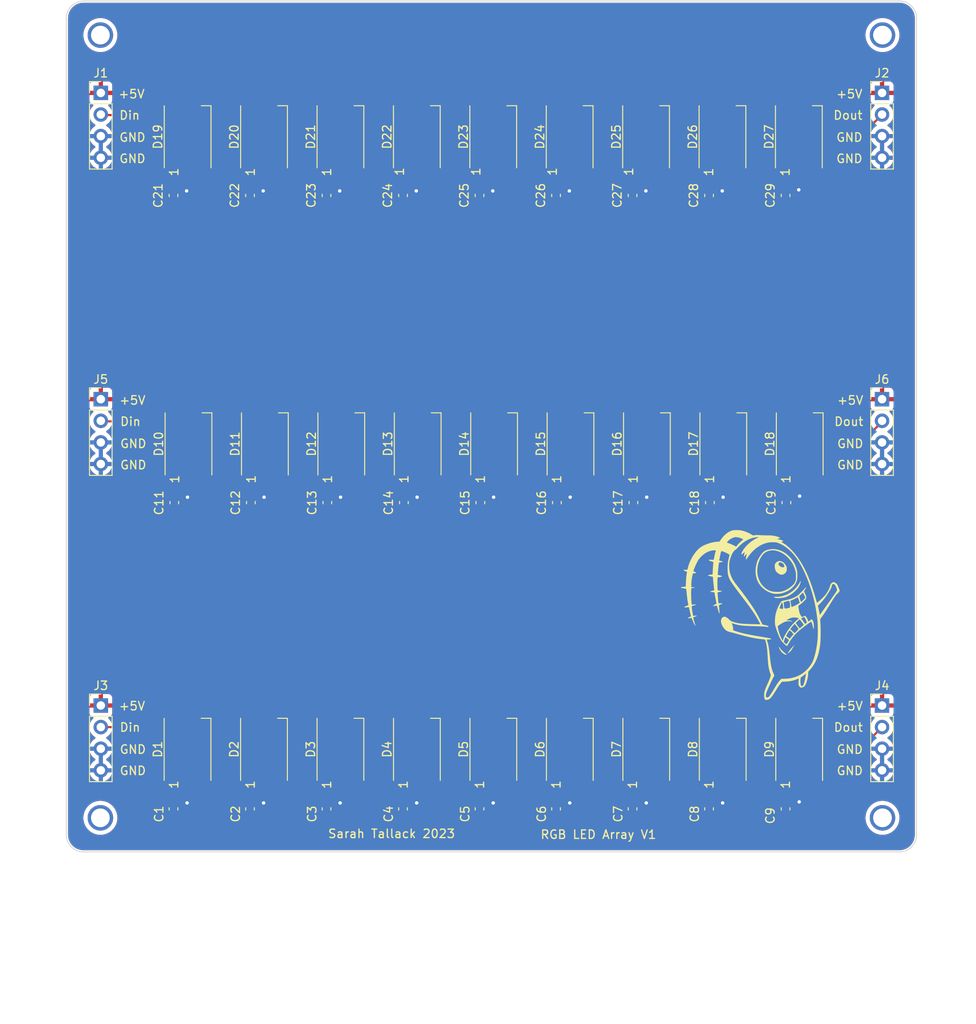
<source format=kicad_pcb>
(kicad_pcb (version 20221018) (generator pcbnew)
  (layers (0 "F.Cu" signal) (31 "B.Cu" signal) (34 "B.Paste" user) (35 "F.Paste" user) (36 "B.SilkS" user "B.Silkscreen") (37 "F.SilkS" user "F.Silkscreen") (38 "B.Mask" user) (39 "F.Mask" user) (44 "Edge.Cuts" user))
  (net 0 "")
  (net 1 "GND")
  (net 2 "/+5V")
  (net 3 "/Dout1")
  (net 4 "/Din1")
  (net 5 "/Dout9")
  (net 6 "/Dout11")
  (net 7 "/Dout18")
  (net 8 "/Dout21")
  (net 9 "/Dout27")
  (net 10 "Net-(D2-DOUT)")
  (net 11 "Net-(D3-DOUT)")
  (net 12 "Net-(D4-DOUT)")
  (net 13 "Net-(D5-DOUT)")
  (net 14 "Net-(D6-DOUT)")
  (net 15 "Net-(D7-DOUT)")
  (net 16 "Net-(D8-DOUT)")
  (net 17 "/Din10")
  (net 18 "Net-(D11-DOUT)")
  (net 19 "Net-(D12-DOUT)")
  (net 20 "Net-(D13-DOUT)")
  (net 21 "Net-(D14-DOUT)")
  (net 22 "Net-(D15-DOUT)")
  (net 23 "Net-(D16-DOUT)")
  (net 24 "Net-(D17-DOUT)")
  (net 25 "/Din19")
  (net 26 "Net-(D20-DOUT)")
  (net 27 "Net-(D21-DOUT)")
  (net 28 "Net-(D22-DOUT)")
  (net 29 "Net-(D23-DOUT)")
  (net 30 "Net-(D24-DOUT)")
  (net 31 "Net-(D25-DOUT)")
  (net 32 "Net-(D26-DOUT)")
  (footprint "LED_SMD:LED_WS2812B_PLCC4_5.0x5.0mm_P3.2mm" (layer "F.Cu") (at 160.1875 66.7 90)
    (fp_text reference "D25")
    (fp_text value "WS2812")
  )
  (footprint "Capacitor_SMD:C_0603_1608Metric" (layer "F.Cu") (at 176.6 145.7 90)
    (fp_text reference "C9")
    (fp_text value "100n")
  )
  (footprint "LED_SMD:LED_WS2812B_PLCC4_5.0x5.0mm_P3.2mm" (layer "F.Cu") (at 151.2 66.7 90)
    (fp_text reference "D24")
    (fp_text value "WS2812")
  )
  (footprint "LED_SMD:LED_WS2812B_PLCC4_5.0x5.0mm_P3.2mm" (layer "F.Cu") (at 133.225 66.7 90)
    (fp_text reference "D22")
    (fp_text value "WS2812")
  )
  (footprint "Connector_PinHeader_2.54mm:PinHeader_1x04_P2.54mm_Vertical" (layer "F.Cu") (at 96.05 97.54625)
    (fp_text reference "J5")
    (fp_text value "Conn_01x04_Pin")
  )
  (footprint "Capacitor_SMD:C_0603_1608Metric" (layer "F.Cu") (at 158.7 109.7 90)
    (fp_text reference "C17")
    (fp_text value "100n")
  )
  (footprint "Connector_PinHeader_2.54mm:PinHeader_1x04_P2.54mm_Vertical" (layer "F.Cu") (at 187.95 133.54625)
    (fp_text reference "J4")
    (fp_text value "Conn_01x04_Pin")
  )
  (footprint "Capacitor_SMD:C_0603_1608Metric" (layer "F.Cu") (at 104.6 145.7 90)
    (fp_text reference "C1")
    (fp_text value "100n")
  )
  (footprint "LED_SMD:LED_WS2812B_PLCC4_5.0x5.0mm_P3.2mm" (layer "F.Cu") (at 106.2625 66.7 90)
    (fp_text reference "D19")
    (fp_text value "WS2812")
  )
  (footprint "Capacitor_SMD:C_0603_1608Metric" (layer "F.Cu") (at 167.6 73.6 90)
    (fp_text reference "C28")
    (fp_text value "100n")
  )
  (footprint "Capacitor_SMD:C_0603_1608Metric" (layer "F.Cu") (at 176.7 109.7 90)
    (fp_text reference "C19")
    (fp_text value "100n")
  )
  (footprint "Connector_PinHeader_2.54mm:PinHeader_1x04_P2.54mm_Vertical" (layer "F.Cu") (at 187.95 61.54625)
    (fp_text reference "J2")
    (fp_text value "Conn_01x04_Pin")
  )
  (footprint "Capacitor_SMD:C_0603_1608Metric" (layer "F.Cu") (at 131.6 145.7 90)
    (fp_text reference "C4")
    (fp_text value "100n")
  )
  (footprint "LED_SMD:LED_WS2812B_PLCC4_5.0x5.0mm_P3.2mm" (layer "F.Cu") (at 169.20625 138.7 90)
    (fp_text reference "D8")
    (fp_text value "WS2812")
  )
  (footprint "LED_SMD:LED_WS2812B_PLCC4_5.0x5.0mm_P3.2mm" (layer "F.Cu") (at 169.175 66.7 90)
    (fp_text reference "D26")
    (fp_text value "WS2812")
  )
  (footprint "LED_SMD:LED_WS2812B_PLCC4_5.0x5.0mm_P3.2mm" (layer "F.Cu") (at 142.3125 102.8 90)
    (fp_text reference "D14")
    (fp_text value "WS2812")
  )
  (footprint "Capacitor_SMD:C_0603_1608Metric" (layer "F.Cu") (at 149.6 145.7 90)
    (fp_text reference "C6")
    (fp_text value "100n")
  )
  (footprint "Capacitor_SMD:C_0603_1608Metric" (layer "F.Cu") (at 131.7 109.7 90)
    (fp_text reference "C14")
    (fp_text value "100n")
  )
  (footprint "LED_SMD:LED_WS2812B_PLCC4_5.0x5.0mm_P3.2mm" (layer "F.Cu") (at 160.2875 102.8 90)
    (fp_text reference "D16")
    (fp_text value "WS2812")
  )
  (footprint "LED_SMD:LED_WS2812B_PLCC4_5.0x5.0mm_P3.2mm" (layer "F.Cu") (at 106.25 138.7 90)
    (fp_text reference "D1")
    (fp_text value "WS2812")
  )
  (footprint "LED_SMD:LED_WS2812B_PLCC4_5.0x5.0mm_P3.2mm" (layer "F.Cu") (at 178.2625 102.8 90)
    (fp_text reference "D18")
    (fp_text value "WS2812")
  )
  (footprint "Capacitor_SMD:C_0603_1608Metric" (layer "F.Cu") (at 167.7 109.7 90)
    (fp_text reference "C18")
    (fp_text value "100n")
  )
  (footprint "LED_SMD:LED_WS2812B_PLCC4_5.0x5.0mm_P3.2mm" (layer "F.Cu") (at 124.2375 138.7 90)
    (fp_text reference "D3")
    (fp_text value "WS2812")
  )
  (footprint "Capacitor_SMD:C_0603_1608Metric" (layer "F.Cu") (at 158.6 145.7 90)
    (fp_text reference "C7")
    (fp_text value "100n")
  )
  (footprint "Capacitor_SMD:C_0603_1608Metric" (layer "F.Cu") (at 149.6 73.6 90)
    (fp_text reference "C26")
    (fp_text value "100n")
  )
  (footprint "Connector_PinHeader_2.54mm:PinHeader_1x04_P2.54mm_Vertical" (layer "F.Cu") (at 96.05 133.54625)
    (fp_text reference "J3")
    (fp_text value "Conn_01x04_Pin")
  )
  (footprint "LOGO" (layer "F.Cu") (at 173.6 122.9)
    (fp_text reference "G***" hide)
    (fp_text value "LOGO" hide)
  )
  (footprint "Capacitor_SMD:C_0603_1608Metric" (layer "F.Cu") (at 149.7 109.7 90)
    (fp_text reference "C16")
    (fp_text value "100n")
  )
  (footprint "Capacitor_SMD:C_0603_1608Metric" (layer "F.Cu") (at 131.6 73.6 90)
    (fp_text reference "C24")
    (fp_text value "100n")
  )
  (footprint "LED_SMD:LED_WS2812B_PLCC4_5.0x5.0mm_P3.2mm" (layer "F.Cu") (at 124.2375 66.7 90)
    (fp_text reference "D21")
    (fp_text value "WS2812")
  )
  (footprint "LED_SMD:LED_WS2812B_PLCC4_5.0x5.0mm_P3.2mm" (layer "F.Cu") (at 151.21875 138.7 90)
    (fp_text reference "D6")
    (fp_text value "WS2812")
  )
  (footprint "LED_SMD:LED_WS2812B_PLCC4_5.0x5.0mm_P3.2mm" (layer "F.Cu") (at 133.23125 138.7 90)
    (fp_text reference "D4")
    (fp_text value "WS2812")
  )
  (footprint "Capacitor_SMD:C_0603_1608Metric" (layer "F.Cu") (at 176.6 73.6 90)
    (fp_text reference "C29")
    (fp_text value "100n")
  )
  (footprint "Connector_PinHeader_2.54mm:PinHeader_1x04_P2.54mm_Vertical" (layer "F.Cu") (at 96.05 61.54625)
    (fp_text reference "J1")
    (fp_text value "Conn_01x04_Pin")
  )
  (footprint "LED_SMD:LED_WS2812B_PLCC4_5.0x5.0mm_P3.2mm" (layer "F.Cu") (at 124.3375 102.8 90)
    (fp_text reference "D12")
    (fp_text value "WS2812")
  )
  (footprint "LED_SMD:LED_WS2812B_PLCC4_5.0x5.0mm_P3.2mm" (layer "F.Cu") (at 106.3625 102.8 90)
    (fp_text reference "D10")
    (fp_text value "WS2812")
  )
  (footprint "Capacitor_SMD:C_0603_1608Metric" (layer "F.Cu") (at 122.6 145.7 90)
    (fp_text reference "C3")
    (fp_text value "100n")
  )
  (footprint "LED_SMD:LED_WS2812B_PLCC4_5.0x5.0mm_P3.2mm" (layer "F.Cu") (at 178.1625 66.7 90)
    (fp_text reference "D27")
    (fp_text value "WS2812")
  )
  (footprint "LED_SMD:LED_WS2812B_PLCC4_5.0x5.0mm_P3.2mm" (layer "F.Cu") (at 142.2125 66.7 90)
    (fp_text reference "D23")
    (fp_text value "WS2812")
  )
  (footprint "LED_SMD:LED_WS2812B_PLCC4_5.0x5.0mm_P3.2mm" (layer "F.Cu") (at 115.25 66.7 90)
    (fp_text reference "D20")
    (fp_text value "WS2812")
  )
  (footprint "LED_SMD:LED_WS2812B_PLCC4_5.0x5.0mm_P3.2mm" (layer "F.Cu") (at 115.35 102.8 90)
    (fp_text reference "D11")
    (fp_text value "WS2812")
  )
  (footprint "Capacitor_SMD:C_0603_1608Metric" (layer "F.Cu") (at 104.7 109.7 90)
    (fp_text reference "C11")
    (fp_text value "100n")
  )
  (footprint "Capacitor_SMD:C_0603_1608Metric" (layer "F.Cu") (at 140.6 73.6 90)
    (fp_text reference "C25")
    (fp_text value "100n")
  )
  (footprint "Capacitor_SMD:C_0603_1608Metric" (layer "F.Cu") (at 113.6 145.7 90)
    (fp_text reference "C2")
    (fp_text value "100n")
  )
  (footprint "Capacitor_SMD:C_0603_1608Metric" (layer "F.Cu") (at 113.7 109.7 90)
    (fp_text reference "C12")
    (fp_text value "100n")
  )
  (footprint "LED_SMD:LED_WS2812B_PLCC4_5.0x5.0mm_P3.2mm" (layer "F.Cu") (at 169.275 102.8 90)
    (fp_text reference "D17")
    (fp_text value "WS2812")
  )
  (footprint "LED_SMD:LED_WS2812B_PLCC4_5.0x5.0mm_P3.2mm" (layer "F.Cu") (at 115.24375 138.7 90)
    (fp_text reference "D2")
    (fp_text value "WS2812")
  )
  (footprint "Capacitor_SMD:C_0603_1608Metric" (layer "F.Cu") (at 167.6 145.7 90)
    (fp_text reference "C8")
    (fp_text value "100n")
  )
  (footprint "Capacitor_SMD:C_0603_1608Metric" (layer "F.Cu") (at 140.7 109.7 90)
    (fp_text reference "C15")
    (fp_text value "100n")
  )
  (footprint "LED_SMD:LED_WS2812B_PLCC4_5.0x5.0mm_P3.2mm" (layer "F.Cu") (at 133.325 102.8 90)
    (fp_text reference "D13")
    (fp_text value "WS2812")
  )
  (footprint "Capacitor_SMD:C_0603_1608Metric" (layer "F.Cu") (at 113.6 73.6 90)
    (fp_text reference "C22")
    (fp_text value "100n")
  )
  (footprint "Connector_PinHeader_2.54mm:PinHeader_1x04_P2.54mm_Vertical" (layer "F.Cu") (at 187.95 97.54625)
    (fp_text reference "J6")
    (fp_text value "Conn_01x04_Pin")
  )
  (footprint "Capacitor_SMD:C_0603_1608Metric" (layer "F.Cu") (at 104.6 73.6 90)
    (fp_text reference "C21")
    (fp_text value "100n")
  )
  (footprint "LED_SMD:LED_WS2812B_PLCC4_5.0x5.0mm_P3.2mm" (layer "F.Cu") (at 160.2125 138.7 90)
    (fp_text reference "D7")
    (fp_text value "WS2812")
  )
  (footprint "Capacitor_SMD:C_0603_1608Metric" (layer "F.Cu") (at 140.6 145.7 90)
    (fp_text reference "C5")
    (fp_text value "100n")
  )
  (footprint "LED_SMD:LED_WS2812B_PLCC4_5.0x5.0mm_P3.2mm" (layer "F.Cu") (at 142.225 138.7 90)
    (fp_text reference "D5")
    (fp_text value "WS2812")
  )
  (footprint "Capacitor_SMD:C_0603_1608Metric" (layer "F.Cu") (at 158.6 73.6 90)
    (fp_text reference "C27")
    (fp_text value "100n")
  )
  (footprint "Capacitor_SMD:C_0603_1608Metric" (layer "F.Cu") (at 122.7 109.7 90)
    (fp_text reference "C13")
    (fp_text value "100n")
  )
  (footprint "LED_SMD:LED_WS2812B_PLCC4_5.0x5.0mm_P3.2mm" (layer "F.Cu") (at 178.2 138.7 90)
    (fp_text reference "D9")
    (fp_text value "WS2812")
  )
  (footprint "Capacitor_SMD:C_0603_1608Metric" (layer "F.Cu") (at 122.6 73.6 90)
    (fp_text reference "C23")
    (fp_text value "100n")
  )
  (footprint "LED_SMD:LED_WS2812B_PLCC4_5.0x5.0mm_P3.2mm" (layer "F.Cu") (at 151.3 102.8 90)
    (fp_text reference "D15")
    (fp_text value "WS2812")
  )
  (gr_arc locked (start 94 150.75) (mid 92.585786 150.164214) (end 92 148.75) (stroke (width 0.1)) (layer "Edge.Cuts"))
  (gr_arc locked (start 190 50.75) (mid 191.414214 51.335786) (end 192 52.75) (stroke (width 0.1)) (layer "Edge.Cuts"))
  (gr_line locked (start 94 50.75) (end 190 50.75) (stroke (width 0.1)) (layer "Edge.Cuts"))
  (gr_arc locked (start 92 52.75) (mid 92.585786 51.335786) (end 94 50.75) (stroke (width 0.1)) (layer "Edge.Cuts"))
  (gr_arc locked (start 192 148.75) (mid 191.414214 150.164214) (end 190 150.75) (stroke (width 0.1)) (layer "Edge.Cuts"))
  (gr_line locked (start 192 52.75) (end 192 148.75) (stroke (width 0.1)) (layer "Edge.Cuts"))
  (gr_line locked (start 92 148.75) (end 92 52.75) (stroke (width 0.1)) (layer "Edge.Cuts"))
  (gr_line locked (start 190 150.75) (end 94 150.75) (stroke (width 0.1)) (layer "Edge.Cuts"))
  (gr_text locked "GND\n" (at 182.583334 105.8625) (layer "F.SilkS") (effects (font (size 1 1)) (justify left bottom)))
  (gr_text "Dout" (at 182.2 136.7) (layer "F.SilkS") (effects (font (size 1 1)) (justify left bottom)))
  (gr_text "GND" (at 98.15 67.3625) (layer "F.SilkS") (effects (font (size 1 1)) (justify left bottom)))
  (gr_text locked "GND" (at 182.583334 103.3625) (layer "F.SilkS") (effects (font (size 1 1)) (justify left bottom)))
  (gr_text "+5V" (at 182.483334 62.2625) (layer "F.SilkS") (effects (font (size 1 1)) (justify left bottom)))
  (gr_text "Din" (at 98.2 136.7) (layer "F.SilkS") (effects (font (size 1 1)) (justify left bottom)))
  (gr_text "GND" (at 182.483334 67.3625) (layer "F.SilkS") (effects (font (size 1 1)) (justify left bottom)))
  (gr_text "Sarah Tallack 2023" (at 122.7 149.2) (layer "F.SilkS") (effects (font (size 1 1)) (justify left bottom)))
  (gr_text "+5V" (at 182.533334 134.2) (layer "F.SilkS") (effects (font (size 1 1)) (justify left bottom)))
  (gr_text "+5V" (at 98.1 134.2) (layer "F.SilkS") (effects (font (size 1 1)) (justify left bottom)))
  (gr_text locked "GND\n" (at 98.25 105.8625) (layer "F.SilkS") (effects (font (size 1 1)) (justify left bottom)))
  (gr_text "Din" (at 98.15 64.7625) (layer "F.SilkS") (effects (font (size 1 1)) (justify left bottom)))
  (gr_text locked "+5V" (at 98.15 98.2625) (layer "F.SilkS") (effects (font (size 1 1)) (justify left bottom)))
  (gr_text "GND\n" (at 98.15 69.8625) (layer "F.SilkS") (effects (font (size 1 1)) (justify left bottom)))
  (gr_text "Dout" (at 182.15 64.7625) (layer "F.SilkS") (effects (font (size 1 1)) (justify left bottom)))
  (gr_text locked "Dout" (at 182.25 100.7625) (layer "F.SilkS") (effects (font (size 1 1)) (justify left bottom)))
  (gr_text "GND" (at 98.2 139.3) (layer "F.SilkS") (effects (font (size 1 1)) (justify left bottom)))
  (gr_text "GND" (at 182.533334 139.3) (layer "F.SilkS") (effects (font (size 1 1)) (justify left bottom)))
  (gr_text "+5V" (at 98.05 62.2625) (layer "F.SilkS") (effects (font (size 1 1)) (justify left bottom)))
  (gr_text locked "Din" (at 98.25 100.7625) (layer "F.SilkS") (effects (font (size 1 1)) (justify left bottom)))
  (gr_text locked "+5V" (at 182.583334 98.2625) (layer "F.SilkS") (effects (font (size 1 1)) (justify left bottom)))
  (gr_text "GND\n" (at 98.2 141.8) (layer "F.SilkS") (effects (font (size 1 1)) (justify left bottom)))
  (gr_text "GND\n" (at 182.533334 141.8) (layer "F.SilkS") (effects (font (size 1 1)) (justify left bottom)))
  (gr_text "RGB LED Array V1" (at 147.7 149.3) (layer "F.SilkS") (effects (font (size 1 1)) (justify left bottom)))
  (gr_text "GND\n" (at 182.483334 69.8625) (layer "F.SilkS") (effects (font (size 1 1)) (justify left bottom)))
  (gr_text locked "GND" (at 98.25 103.3625) (layer "F.SilkS") (effects (font (size 1 1)) (justify left bottom)))
  (via locked (at 188 54.75) (size 3) (drill 2.2) (layers "F.Cu" "B.Cu") (net 0))
  (via locked (at 188 146.75) (size 3) (drill 2.2) (layers "F.Cu" "B.Cu") (net 0))
  (via locked (at 96 54.75) (size 3) (drill 2.2) (layers "F.Cu" "B.Cu") (net 0))
  (via locked (at 96 146.75) (size 3) (drill 2.2) (layers "F.Cu" "B.Cu") (net 0))
  (segment (start 116.8 64.425) (end 115.15 66.075) (width 0.25) (layer "F.Cu") (net 1))
  (segment (start 160.15 72.9625) (end 158.55 74.5625) (width 0.25) (layer "F.Cu") (net 1))
  (segment locked (start 161.9 100.3375) (end 160.25 101.9875) (width 0.25) (layer "F.Cu") (net 1))
  (segment (start 107.85 136.2625) (end 106.2 137.9125) (width 0.25) (layer "F.Cu") (net 1))
  (segment (start 134.8 64.325) (end 133.15 65.975) (width 0.25) (layer "F.Cu") (net 1))
  (segment locked (start 179.9 100.3125) (end 178.25 101.9625) (width 0.25) (layer "F.Cu") (net 1))
  (segment (start 106.15 72.95) (end 104.55 74.55) (width 0.25) (layer "F.Cu") (net 1))
  (segment locked (start 106.25 101.975) (end 106.25 108.95) (width 0.25) (layer "F.Cu") (net 1))
  (segment locked (start 160.25 108.9625) (end 158.65 110.5625) (width 0.25) (layer "F.Cu") (net 1))
  (segment locked (start 152.9 100.3) (end 151.25 101.95) (width 0.25) (layer "F.Cu") (net 1))
  (segment locked (start 133.25 101.975) (end 133.25 108.95) (width 0.25) (layer "F.Cu") (net 1))
  (segment (start 133.2 144.8875) (end 131.6 146.4875) (width 0.25) (layer "F.Cu") (net 1))
  (segment (start 142.2 138.0125) (end 142.2 144.9875) (width 0.25) (layer "F.Cu") (net 1))
  (segment (start 151.2 137.8875) (end 151.2 144.8625) (width 0.25) (layer "F.Cu") (net 1))
  (segment (start 169.15 73.0625) (end 167.55 74.6625) (width 0.25) (layer "F.Cu") (net 1))
  (segment (start 160.2 144.9) (end 158.6 146.5) (width 0.25) (layer "F.Cu") (net 1))
  (segment (start 107.8 64.325) (end 106.15 65.975) (width 0.25) (layer "F.Cu") (net 1))
  (segment (start 169.2 138.025) (end 169.2 145) (width 0.25) (layer "F.Cu") (net 1))
  (segment (start 179.85 136.25) (end 178.2 137.9) (width 0.25) (layer "F.Cu") (net 1))
  (segment locked (start 178.25 101.9625) (end 178.25 108.9375) (width 0.25) (layer "F.Cu") (net 1))
  (segment (start 142.15 73.05) (end 140.55 74.65) (width 0.25) (layer "F.Cu") (net 1))
  (segment (start 124.2 137.8875) (end 124.2 144.8625) (width 0.25) (layer "F.Cu") (net 1))
  (segment (start 125.85 136.2375) (end 124.2 137.8875) (width 0.25) (layer "F.Cu") (net 1))
  (segment (start 151.15 72.925) (end 149.55 74.525) (width 0.25) (layer "F.Cu") (net 1))
  (segment (start 169.2 145) (end 167.6 146.6) (width 0.25) (layer "F.Cu") (net 1))
  (segment (start 178.2 137.9) (end 178.2 144.875) (width 0.25) (layer "F.Cu") (net 1))
  (segment (start 115.15 66.075) (end 115.15 73.05) (width 0.25) (layer "F.Cu") (net 1))
  (segment (start 160.2 137.925) (end 160.2 144.9) (width 0.25) (layer "F.Cu") (net 1))
  (segment (start 143.85 136.3625) (end 142.2 138.0125) (width 0.25) (layer "F.Cu") (net 1))
  (segment (start 142.15 66.075) (end 142.15 73.05) (width 0.25) (layer "F.Cu") (net 1))
  (segment locked (start 170.9 100.4375) (end 169.25 102.0875) (width 0.25) (layer "F.Cu") (net 1))
  (segment (start 178.2 144.875) (end 176.6 146.475) (width 0.25) (layer "F.Cu") (net 1))
  (segment (start 152.85 136.2375) (end 151.2 137.8875) (width 0.25) (layer "F.Cu") (net 1))
  (segment (start 151.2 144.8625) (end 149.6 146.4625) (width 0.25) (layer "F.Cu") (net 1))
  (segment locked (start 169.25 109.0625) (end 167.65 110.6625) (width 0.25) (layer "F.Cu") (net 1))
  (segment (start 161.85 136.275) (end 160.2 137.925) (width 0.25) (layer "F.Cu") (net 1))
  (segment (start 116.85 136.3625) (end 115.2 138.0125) (width 0.25) (layer "F.Cu") (net 1))
  (segment locked (start 142.25 109.05) (end 140.65 110.65) (width 0.25) (layer "F.Cu") (net 1))
  (segment (start 134.85 136.2625) (end 133.2 137.9125) (width 0.25) (layer "F.Cu") (net 1))
  (segment (start 143.8 64.425) (end 142.15 66.075) (width 0.25) (layer "F.Cu") (net 1))
  (segment locked (start 142.25 102.075) (end 142.25 109.05) (width 0.25) (layer "F.Cu") (net 1))
  (segment locked (start 116.9 100.425) (end 115.25 102.075) (width 0.25) (layer "F.Cu") (net 1))
  (segment (start 125.8 64.3) (end 124.15 65.95) (width 0.25) (layer "F.Cu") (net 1))
  (segment (start 161.8 64.3375) (end 160.15 65.9875) (width 0.25) (layer "F.Cu") (net 1))
  (segment (start 160.15 65.9875) (end 160.15 72.9625) (width 0.25) (layer "F.Cu") (net 1))
  (segment (start 133.2 137.9125) (end 133.2 144.8875) (width 0.25) (layer "F.Cu") (net 1))
  (segment locked (start 124.25 101.95) (end 124.25 108.925) (width 0.25) (layer "F.Cu") (net 1))
  (segment locked (start 106.25 108.95) (end 104.65 110.55) (width 0.25) (layer "F.Cu") (net 1))
  (segment (start 178.15 72.9375) (end 176.55 74.5375) (width 0.25) (layer "F.Cu") (net 1))
  (segment (start 178.15 65.9625) (end 178.15 72.9375) (width 0.25) (layer "F.Cu") (net 1))
  (segment (start 142.2 144.9875) (end 140.6 146.5875) (width 0.25) (layer "F.Cu") (net 1))
  (segment locked (start 143.9 100.425) (end 142.25 102.075) (width 0.25) (layer "F.Cu") (net 1))
  (segment (start 106.15 65.975) (end 106.15 72.95) (width 0.25) (layer "F.Cu") (net 1))
  (segment (start 170.8 64.4375) (end 169.15 66.0875) (width 0.25) (layer "F.Cu") (net 1))
  (segment (start 115.2 138.0125) (end 115.2 144.9875) (width 0.25) (layer "F.Cu") (net 1))
  (segment (start 170.85 136.375) (end 169.2 138.025) (width 0.25) (layer "F.Cu") (net 1))
  (segment locked (start 125.9 100.3) (end 124.25 101.95) (width 0.25) (layer "F.Cu") (net 1))
  (segment (start 169.15 66.0875) (end 169.15 73.0625) (width 0.25) (layer "F.Cu") (net 1))
  (segment (start 124.15 72.925) (end 122.55 74.525) (width 0.25) (layer "F.Cu") (net 1))
  (segment locked (start 151.25 101.95) (end 151.25 108.925) (width 0.25) (layer "F.Cu") (net 1))
  (segment locked (start 160.25 101.9875) (end 160.25 108.9625) (width 0.25) (layer "F.Cu") (net 1))
  (segment (start 115.2 144.9875) (end 113.6 146.5875) (width 0.25) (layer "F.Cu") (net 1))
  (segment locked (start 151.25 108.925) (end 149.65 110.525) (width 0.25) (layer "F.Cu") (net 1))
  (segment locked (start 115.25 109.05) (end 113.65 110.65) (width 0.25) (layer "F.Cu") (net 1))
  (segment (start 115.15 73.05) (end 113.55 74.65) (width 0.25) (layer "F.Cu") (net 1))
  (segment locked (start 178.25 108.9375) (end 176.65 110.5375) (width 0.25) (layer "F.Cu") (net 1))
  (segment (start 106.2 144.8875) (end 104.6 146.4875) (width 0.25) (layer "F.Cu") (net 1))
  (segment (start 152.8 64.3) (end 151.15 65.95) (width 0.25) (layer "F.Cu") (net 1))
  (segment (start 151.15 65.95) (end 151.15 72.925) (width 0.25) (layer "F.Cu") (net 1))
  (segment locked (start 133.25 108.95) (end 131.65 110.55) (width 0.25) (layer "F.Cu") (net 1))
  (segment locked (start 134.9 100.325) (end 133.25 101.975) (width 0.25) (layer "F.Cu") (net 1))
  (segment (start 133.15 65.975) (end 133.15 72.95) (width 0.25) (layer "F.Cu") (net 1))
  (segment (start 124.2 144.8625) (end 122.6 146.4625) (width 0.25) (layer "F.Cu") (net 1))
  (segment locked (start 115.25 102.075) (end 115.25 109.05) (width 0.25) (layer "F.Cu") (net 1))
  (segment (start 133.15 72.95) (end 131.55 74.55) (width 0.25) (layer "F.Cu") (net 1))
  (segment locked (start 124.25 108.925) (end 122.65 110.525) (width 0.25) (layer "F.Cu") (net 1))
  (segment locked (start 107.9 100.325) (end 106.25 101.975) (width 0.25) (layer "F.Cu") (net 1))
  (segment (start 179.8 64.3125) (end 178.15 65.9625) (width 0.25) (layer "F.Cu") (net 1))
  (segment (start 106.2 137.9125) (end 106.2 144.8875) (width 0.25) (layer "F.Cu") (net 1))
  (segment locked (start 169.25 102.0875) (end 169.25 109.0625) (width 0.25) (layer "F.Cu") (net 1))
  (segment (start 124.15 65.95) (end 124.15 72.925) (width 0.25) (layer "F.Cu") (net 1))
  (via (at 151.212996 145) (size 0.8) (drill 0.4) (layers "F.Cu" "B.Cu") (net 1))
  (via locked (at 160.266245 109.0625) (size 0.8) (drill 0.4) (layers "F.Cu" "B.Cu") (net 1))
  (via locked (at 133.256498 109.0625) (size 0.8) (drill 0.4) (layers "F.Cu" "B.Cu") (net 1))
  (via locked (at 115.25 109.0625) (size 0.8) (drill 0.4) (layers "F.Cu" "B.Cu") (net 1))
  (via locked (at 178.25 108.9375) (size 0.8) (drill 0.4) (layers "F.Cu" "B.Cu") (net 1))
  (via locked (at 124.253249 109.0625) (size 0.8) (drill 0.4) (layers "F.Cu" "B.Cu") (net 1))
  (via locked (at 142.259747 109.0625) (size 0.8) (drill 0.4) (layers "F.Cu" "B.Cu") (net 1))
  (via (at 160.166245 73.0625) (size 0.8) (drill 0.4) (layers "F.Cu" "B.Cu") (net 1))
  (via (at 178.15 72.9375) (size 0.8) (drill 0.4) (layers "F.Cu" "B.Cu") (net 1))
  (via (at 169.25 109.0625) (size 0.8) (drill 0.4) (layers "F.Cu" "B.Cu") (net 1))
  (via (at 115.2 145) (size 0.8) (drill 0.4) (layers "F.Cu" "B.Cu") (net 1))
  (via (at 106.196751 145) (size 0.8) (drill 0.4) (layers "F.Cu" "B.Cu") (net 1))
  (via (at 169.2 145) (size 0.8) (drill 0.4) (layers "F.Cu" "B.Cu") (net 1))
  (via (at 124.153249 73.0625) (size 0.8) (drill 0.4) (layers "F.Cu" "B.Cu") (net 1))
  (via locked (at 151.262996 109.0625) (size 0.8) (drill 0.4) (layers "F.Cu" "B.Cu") (net 1))
  (via (at 169.15 73.0625) (size 0.8) (drill 0.4) (layers "F.Cu" "B.Cu") (net 1))
  (via (at 142.209747 145) (size 0.8) (drill 0.4) (layers "F.Cu" "B.Cu") (net 1))
  (via (at 142.159747 73.0625) (size 0.8) (drill 0.4) (layers "F.Cu" "B.Cu") (net 1))
  (via locked (at 106.246751 109.0625) (size 0.8) (drill 0.4) (layers "F.Cu" "B.Cu") (net 1))
  (via (at 151.162996 73.0625) (size 0.8) (drill 0.4) (layers "F.Cu" "B.Cu") (net 1))
  (via (at 160.216245 145) (size 0.8) (drill 0.4) (layers "F.Cu" "B.Cu") (net 1))
  (via (at 178.2 144.875) (size 0.8) (drill 0.4) (layers "F.Cu" "B.Cu") (net 1))
  (via (at 106.146751 73.0625) (size 0.8) (drill 0.4) (layers "F.Cu" "B.Cu") (net 1))
  (via (at 115.15 73.0625) (size 0.8) (drill 0.4) (layers "F.Cu" "B.Cu") (net 1))
  (via (at 124.203249 145) (size 0.8) (drill 0.4) (layers "F.Cu" "B.Cu") (net 1))
  (via (at 133.156498 73.0625) (size 0.8) (drill 0.4) (layers "F.Cu" "B.Cu") (net 1))
  (via (at 133.206498 145) (size 0.8) (drill 0.4) (layers "F.Cu" "B.Cu") (net 1))
  (segment (start 107.9 141.15) (end 108.95 141.15) (width 0.25) (layer "F.Cu") (net 3))
  (segment (start 113.59375 136.50625) (end 113.59375 136.25) (width 0.25) (layer "F.Cu") (net 3))
  (segment (start 108.95 141.15) (end 113.59375 136.50625) (width 0.25) (layer "F.Cu") (net 3))
  (segment (start 104.43625 136.08625) (end 104.6 136.25) (width 0.25) (layer "F.Cu") (net 4))
  (segment (start 96.05 136.08625) (end 104.43625 136.08625) (width 0.25) (layer "F.Cu") (net 4))
  (segment (start 182.88625 141.15) (end 187.95 136.08625) (width 0.25) (layer "F.Cu") (net 5))
  (segment (start 179.85 141.15) (end 182.88625 141.15) (width 0.25) (layer "F.Cu") (net 5))
  (segment locked (start 107.95 105.2125) (end 109 105.2125) (width 0.25) (layer "F.Cu") (net 6))
  (segment locked (start 113.64375 100.56875) (end 113.64375 100.3125) (width 0.25) (layer "F.Cu") (net 6))
  (segment locked (start 109 105.2125) (end 113.64375 100.56875) (width 0.25) (layer "F.Cu") (net 6))
  (segment locked (start 179.9 105.2125) (end 182.93625 105.2125) (width 0.25) (layer "F.Cu") (net 7))
  (segment locked (start 182.93625 105.2125) (end 188 100.14875) (width 0.25) (layer "F.Cu") (net 7))
  (segment (start 108.9 69.2125) (end 113.54375 64.56875) (width 0.25) (layer "F.Cu") (net 8))
  (segment (start 113.54375 64.56875) (end 113.54375 64.3125) (width 0.25) (layer "F.Cu") (net 8))
  (segment (start 107.85 69.2125) (end 108.9 69.2125) (width 0.25) (layer "F.Cu") (net 8))
  (segment (start 182.83625 69.2125) (end 187.9 64.14875) (width 0.25) (layer "F.Cu") (net 9))
  (segment (start 179.8 69.2125) (end 182.83625 69.2125) (width 0.25) (layer "F.Cu") (net 9))
  (segment (start 122.6 136.5) (end 122.6 136.24375) (width 0.25) (layer "F.Cu") (net 10))
  (segment (start 117.95625 141.14375) (end 122.6 136.5) (width 0.25) (layer "F.Cu") (net 10))
  (segment (start 116.90625 141.14375) (end 117.95625 141.14375) (width 0.25) (layer "F.Cu") (net 10))
  (segment (start 126.95625 141.14375) (end 131.6 136.5) (width 0.25) (layer "F.Cu") (net 11))
  (segment (start 125.90625 141.14375) (end 126.95625 141.14375) (width 0.25) (layer "F.Cu") (net 11))
  (segment (start 131.6 136.5) (end 131.6 136.24375) (width 0.25) (layer "F.Cu") (net 11))
  (segment (start 134.90625 141.14375) (end 135.95625 141.14375) (width 0.25) (layer "F.Cu") (net 12))
  (segment (start 135.95625 141.14375) (end 140.6 136.5) (width 0.25) (layer "F.Cu") (net 12))
  (segment (start 140.6 136.5) (end 140.6 136.24375) (width 0.25) (layer "F.Cu") (net 12))
  (segment (start 149.6 136.5) (end 149.6 136.24375) (width 0.25) (layer "F.Cu") (net 13))
  (segment (start 143.90625 141.14375) (end 144.95625 141.14375) (width 0.25) (layer "F.Cu") (net 13))
  (segment (start 144.95625 141.14375) (end 149.6 136.5) (width 0.25) (layer "F.Cu") (net 13))
  (segment (start 152.90625 141.24375) (end 153.95625 141.24375) (width 0.25) (layer "F.Cu") (net 14))
  (segment (start 153.95625 141.24375) (end 158.6 136.6) (width 0.25) (layer "F.Cu") (net 14))
  (segment (start 158.6 136.6) (end 158.6 136.34375) (width 0.25) (layer "F.Cu") (net 14))
  (segment (start 161.90625 141.14375) (end 162.95625 141.14375) (width 0.25) (layer "F.Cu") (net 15))
  (segment (start 162.95625 141.14375) (end 167.6 136.5) (width 0.25) (layer "F.Cu") (net 15))
  (segment (start 167.6 136.5) (end 167.6 136.24375) (width 0.25) (layer "F.Cu") (net 15))
  (segment (start 171.95625 141.14375) (end 176.6 136.5) (width 0.25) (layer "F.Cu") (net 16))
  (segment (start 170.90625 141.14375) (end 171.95625 141.14375) (width 0.25) (layer "F.Cu") (net 16))
  (segment (start 176.6 136.5) (end 176.6 136.24375) (width 0.25) (layer "F.Cu") (net 16))
  (segment locked (start 96.1 100.14875) (end 104.48625 100.14875) (width 0.25) (layer "F.Cu") (net 17))
  (segment locked (start 104.48625 100.14875) (end 104.65 100.3125) (width 0.25) (layer "F.Cu") (net 17))
  (segment locked (start 118.00625 105.20625) (end 122.65 100.5625) (width 0.25) (layer "F.Cu") (net 18))
  (segment locked (start 116.95625 105.20625) (end 118.00625 105.20625) (width 0.25) (layer "F.Cu") (net 18))
  (segment locked (start 122.65 100.5625) (end 122.65 100.30625) (width 0.25) (layer "F.Cu") (net 18))
  (segment locked (start 127.00625 105.20625) (end 131.65 100.5625) (width 0.25) (layer "F.Cu") (net 19))
  (segment locked (start 131.65 100.5625) (end 131.65 100.30625) (width 0.25) (layer "F.Cu") (net 19))
  (segment locked (start 125.95625 105.20625) (end 127.00625 105.20625) (width 0.25) (layer "F.Cu") (net 19))
  (segment locked (start 134.95625 105.20625) (end 136.00625 105.20625) (width 0.25) (layer "F.Cu") (net 20))
  (segment locked (start 136.00625 105.20625) (end 140.65 100.5625) (width 0.25) (layer "F.Cu") (net 20))
  (segment locked (start 140.65 100.5625) (end 140.65 100.30625) (width 0.25) (layer "F.Cu") (net 20))
  (segment locked (start 143.95625 105.20625) (end 145.00625 105.20625) (width 0.25) (layer "F.Cu") (net 21))
  (segment locked (start 149.65 100.5625) (end 149.65 100.30625) (width 0.25) (layer "F.Cu") (net 21))
  (segment locked (start 145.00625 105.20625) (end 149.65 100.5625) (width 0.25) (layer "F.Cu") (net 21))
  (segment locked (start 154.00625 105.30625) (end 158.65 100.6625) (width 0.25) (layer "F.Cu") (net 22))
  (segment locked (start 152.95625 105.30625) (end 154.00625 105.30625) (width 0.25) (layer "F.Cu") (net 22))
  (segment locked (start 158.65 100.6625) (end 158.65 100.40625) (width 0.25) (layer "F.Cu") (net 22))
  (segment locked (start 161.95625 105.20625) (end 163.00625 105.20625) (width 0.25) (layer "F.Cu") (net 23))
  (segment locked (start 167.65 100.5625) (end 167.65 100.30625) (width 0.25) (layer "F.Cu") (net 23))
  (segment locked (start 163.00625 105.20625) (end 167.65 100.5625) (width 0.25) (layer "F.Cu") (net 23))
  (segment locked (start 172.00625 105.20625) (end 176.65 100.5625) (width 0.25) (layer "F.Cu") (net 24))
  (segment locked (start 170.95625 105.20625) (end 172.00625 105.20625) (width 0.25) (layer "F.Cu") (net 24))
  (segment locked (start 176.65 100.5625) (end 176.65 100.30625) (width 0.25) (layer "F.Cu") (net 24))
  (segment (start 104.38625 64.14875) (end 104.55 64.3125) (width 0.25) (layer "F.Cu") (net 25))
  (segment (start 96 64.14875) (end 104.38625 64.14875) (width 0.25) (layer "F.Cu") (net 25))
  (segment (start 117.90625 69.20625) (end 122.55 64.5625) (width 0.25) (layer "F.Cu") (net 26))
  (segment (start 116.85625 69.20625) (end 117.90625 69.20625) (width 0.25) (layer "F.Cu") (net 26))
  (segment (start 122.55 64.5625) (end 122.55 64.30625) (width 0.25) (layer "F.Cu") (net 26))
  (segment (start 125.85625 69.20625) (end 126.90625 69.20625) (width 0.25) (layer "F.Cu") (net 27))
  (segment (start 126.90625 69.20625) (end 131.55 64.5625) (width 0.25) (layer "F.Cu") (net 27))
  (segment (start 131.55 64.5625) (end 131.55 64.30625) (width 0.25) (layer "F.Cu") (net 27))
  (segment (start 134.85625 69.20625) (end 135.90625 69.20625) (width 0.25) (layer "F.Cu") (net 28))
  (segment (start 135.90625 69.20625) (end 140.55 64.5625) (width 0.25) (layer "F.Cu") (net 28))
  (segment (start 140.55 64.5625) (end 140.55 64.30625) (width 0.25) (layer "F.Cu") (net 28))
  (segment (start 143.85625 69.20625) (end 144.90625 69.20625) (width 0.25) (layer "F.Cu") (net 29))
  (segment (start 144.90625 69.20625) (end 149.55 64.5625) (width 0.25) (layer "F.Cu") (net 29))
  (segment (start 149.55 64.5625) (end 149.55 64.30625) (width 0.25) (layer "F.Cu") (net 29))
  (segment (start 153.90625 69.30625) (end 158.55 64.6625) (width 0.25) (layer "F.Cu") (net 30))
  (segment (start 158.55 64.6625) (end 158.55 64.40625) (width 0.25) (layer "F.Cu") (net 30))
  (segment (start 152.85625 69.30625) (end 153.90625 69.30625) (width 0.25) (layer "F.Cu") (net 30))
  (segment (start 161.85625 69.20625) (end 162.90625 69.20625) (width 0.25) (layer "F.Cu") (net 31))
  (segment (start 167.55 64.5625) (end 167.55 64.30625) (width 0.25) (layer "F.Cu") (net 31))
  (segment (start 162.90625 69.20625) (end 167.55 64.5625) (width 0.25) (layer "F.Cu") (net 31))
  (segment (start 171.90625 69.20625) (end 176.55 64.5625) (width 0.25) (layer "F.Cu") (net 32))
  (segment (start 176.55 64.5625) (end 176.55 64.30625) (width 0.25) (layer "F.Cu") (net 32))
  (segment (start 170.85625 69.20625) (end 171.90625 69.20625) (width 0.25) (layer "F.Cu") (net 32))
  (zone (net 2) (net_name "/+5V") (layer "F.Cu") (connect_pads (clearance 0.5)) (min_thickness 0.25) (fill yes (thermal_gap 0.5) (thermal_bridge_width 0.5))
    (polygon (pts (xy 92.002602 50.7) (xy 192.002602 50.7) (xy 192.002602 150.7) (xy 92.002602 150.7)))
  )
  (zone (net 1) (net_name "GND") (layer "B.Cu") (priority 1) (connect_pads (clearance 0.5)) (min_thickness 0.25) (fill yes (thermal_gap 0.5) (thermal_bridge_width 0.5))
    (polygon (pts (xy 92 50.7) (xy 192 50.7) (xy 192 150.7) (xy 92 150.7)))
  )
)
</source>
